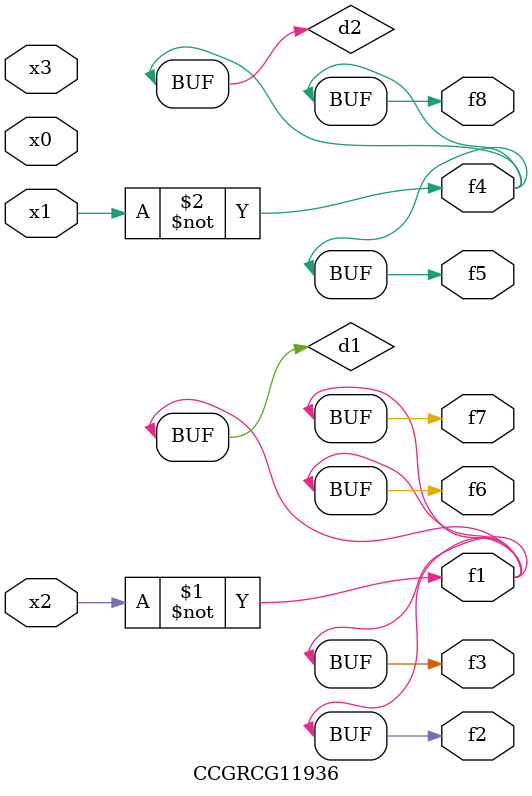
<source format=v>
module CCGRCG11936(
	input x0, x1, x2, x3,
	output f1, f2, f3, f4, f5, f6, f7, f8
);

	wire d1, d2;

	xnor (d1, x2);
	not (d2, x1);
	assign f1 = d1;
	assign f2 = d1;
	assign f3 = d1;
	assign f4 = d2;
	assign f5 = d2;
	assign f6 = d1;
	assign f7 = d1;
	assign f8 = d2;
endmodule

</source>
